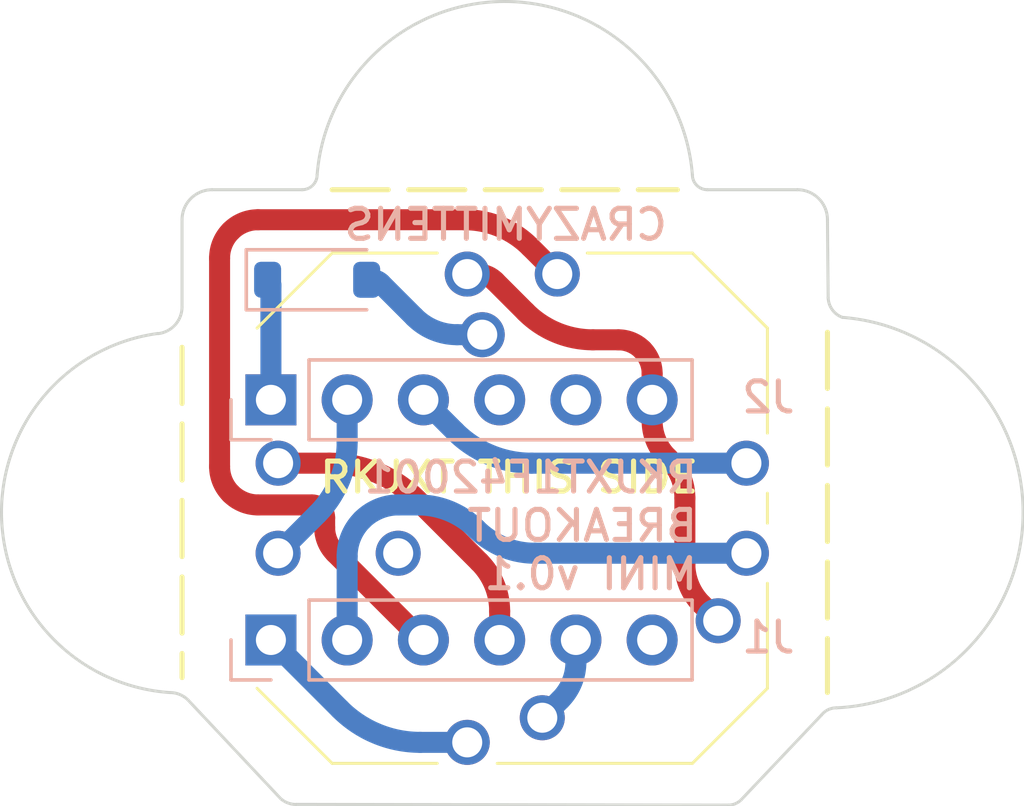
<source format=kicad_pcb>
(kicad_pcb (version 20221018) (generator pcbnew)
  (layers (0 "F.Cu" signal) (31 "B.Cu" signal) (34 "B.Paste" user) (35 "F.Paste" user) (36 "B.SilkS" user "B.Silkscreen") (37 "F.SilkS" user "F.Silkscreen") (38 "B.Mask" user) (39 "F.Mask" user) (44 "Edge.Cuts" user))
  (net 0 "")
  (net 4 "row1")
  (net 5 "COM")
  (net 6 "col5")
  (net 7 "col4")
  (net 8 "col3")
  (net 9 "col2")
  (net 10 "col1")
  (net 11 "encA")
  (net 12 "encB")
  (net 13 "Gnd")
  (footprint "MountingHole:MountingHole_3.2mm_M3" (layer "F.Cu") (at 129.75 82.75)
    (fp_text reference "H1" hide)
    (fp_text value "MountingHole_3.2mm_M3" hide)
    (pad "" np_thru_hole circle (at 0 0) (size 3.2 3.2) (drill 3.2) (layers "*.Cu" "*.Mask"))
  )
  (footprint "CT-KiCad-Library:RKJXT1F42001" (layer "F.Cu") (at 143 82.61)
    (fp_text reference "S1" hide)
    (fp_text value "RKJXT1F42001" hide)
    (fp_line (start -8.5 -6) (end -6 -8.5) (stroke (width 0.1)) (layer "F.SilkS"))
    (fp_line (start -8.5 6) (end -6 8.5) (stroke (width 0.1)) (layer "F.SilkS"))
    (fp_line (start -6 -8.5) (end -2.5 -8.5) (stroke (width 0.1)) (layer "F.SilkS"))
    (fp_line (start -6 8.5) (end -2.5 8.5) (stroke (width 0.1)) (layer "F.SilkS"))
    (fp_line (start -0.5 8.5) (end 6 8.5) (stroke (width 0.1)) (layer "F.SilkS"))
    (fp_line (start 2.5 -8.5) (end 6 -8.5) (stroke (width 0.1)) (layer "F.SilkS"))
    (fp_line (start 6 -8.5) (end 8.5 -6) (stroke (width 0.1)) (layer "F.SilkS"))
    (fp_line (start 6 8.5) (end 8.5 6) (stroke (width 0.1)) (layer "F.SilkS"))
    (fp_line (start 8.5 -6) (end 8.5 -2.5) (stroke (width 0.1)) (layer "F.SilkS"))
    (fp_line (start 8.5 -0.5) (end 8.5 0.5) (stroke (width 0.1)) (layer "F.SilkS"))
    (fp_line (start 8.5 6) (end 8.5 2.5) (stroke (width 0.1)) (layer "F.SilkS"))
    (pad "1" thru_hole circle (at -1.5 7.8) (size 1.5 1.5) (drill 1) (layers "*.Cu" "*.Mask") (net 10 "col1"))
    (pad "2" thru_hole circle (at 1 6.98) (size 1.5 1.5) (drill 1) (layers "*.Cu" "*.Mask") (net 6 "col5"))
    (pad "3" thru_hole circle (at 6.86 3.75) (size 1.5 1.5) (drill 1) (layers "*.Cu" "*.Mask") (net 13 "Gnd"))
    (pad "4" thru_hole circle (at 7.8 1.5) (size 1.5 1.5) (drill 1) (layers "*.Cu" "*.Mask") (net 9 "col2"))
    (pad "5" thru_hole circle (at 7.8 -1.5) (size 1.5 1.5) (drill 1) (layers "*.Cu" "*.Mask") (net 12 "encB"))
    (pad "6" thru_hole circle (at 1.5 -7.8) (size 1.5 1.5) (drill 1) (layers "*.Cu" "*.Mask") (net 8 "col3"))
    (pad "7" thru_hole circle (at -1 -5.78) (size 1.5 1.5) (drill 1) (layers "*.Cu" "*.Mask") (net 5 "COM"))
    (pad "8" thru_hole circle (at -1.5 -7.8) (size 1.5 1.5) (drill 1) (layers "*.Cu" "*.Mask") (net 13 "Gnd"))
    (pad "9" thru_hole circle (at -7.8 -1.5) (size 1.5 1.5) (drill 1) (layers "*.Cu" "*.Mask") (net 7 "col4"))
    (pad "10" thru_hole circle (at -7.8 1.5) (size 1.5 1.5) (drill 1) (layers "*.Cu" "*.Mask") (net 11 "encA"))
    (pad "11" thru_hole circle (at -3.8 1.5) (size 1.5 1.5) (drill 1) (layers "*.Cu" "*.Mask"))
  )
  (footprint "MountingHole:MountingHole_3.2mm_M3" (layer "F.Cu") (at 142.75 69.5)
    (fp_text reference "H2" hide)
    (fp_text value "MountingHole_3.2mm_M3" hide)
    (pad "" np_thru_hole circle (at 0 0) (size 3.2 3.2) (drill 3.2) (layers "*.Cu" "*.Mask"))
  )
  (footprint "MountingHole:MountingHole_3.2mm_M3" (layer "F.Cu") (at 156.25 82.75)
    (fp_text reference "H3" hide)
    (fp_text value "MountingHole_3.2mm_M3" hide)
    (pad "" np_thru_hole circle (at 0 0) (size 3.2 3.2) (drill 3.2) (layers "*.Cu" "*.Mask"))
  )
  (footprint "Connector_PinSocket_2.54mm:PinSocket_1x06_P2.54mm_Vertical" (layer "B.Cu") (at 134.96 87 -90)
    (fp_text reference "JST1" hide)
    (fp_text value "Conn_01x06_Socket" hide)
    (fp_line (start -1.33 -14.03) (end 1.33 -14.03) (stroke (width 0.12)) (layer "B.SilkS"))
    (fp_line (start -1.33 -1.27) (end -1.33 -14.03) (stroke (width 0.12)) (layer "B.SilkS"))
    (fp_line (start -1.33 -1.27) (end 1.33 -1.27) (stroke (width 0.12)) (layer "B.SilkS"))
    (fp_line (start 0 1.33) (end 1.33 1.33) (stroke (width 0.12)) (layer "B.SilkS"))
    (fp_line (start 1.33 -1.27) (end 1.33 -14.03) (stroke (width 0.12)) (layer "B.SilkS"))
    (fp_line (start 1.33 1.33) (end 1.33 0) (stroke (width 0.12)) (layer "B.SilkS"))
    (pad "1" thru_hole rect (at 0 0 270) (size 1.7 1.7) (drill 1) (layers "*.Cu" "*.Mask") (net 10 "col1"))
    (pad "2" thru_hole oval (at 0 -2.54 270) (size 1.7 1.7) (drill 1) (layers "*.Cu" "*.Mask") (net 9 "col2"))
    (pad "3" thru_hole oval (at 0 -5.08 270) (size 1.7 1.7) (drill 1) (layers "*.Cu" "*.Mask") (net 8 "col3"))
    (pad "4" thru_hole oval (at 0 -7.62 270) (size 1.7 1.7) (drill 1) (layers "*.Cu" "*.Mask") (net 7 "col4"))
    (pad "5" thru_hole oval (at 0 -10.16 270) (size 1.7 1.7) (drill 1) (layers "*.Cu" "*.Mask") (net 6 "col5"))
    (pad "6" thru_hole oval (at 0 -12.7 270) (size 1.7 1.7) (drill 1) (layers "*.Cu" "*.Mask"))
  )
  (footprint "Diode_SMD:D_SOD-123" (layer "B.Cu") (at 136.5 75)
    (fp_text reference "D1" hide)
    (fp_text value "1N4148W" hide)
    (fp_line (start -2.36 -1) (end 1.65 -1) (stroke (width 0.12)) (layer "B.SilkS"))
    (fp_line (start -2.36 1) (end -2.36 -1) (stroke (width 0.12)) (layer "B.SilkS"))
    (fp_line (start -2.36 1) (end 1.65 1) (stroke (width 0.12)) (layer "B.SilkS"))
    (pad "1" smd roundrect (at -1.65 0) (size 0.9 1.2) (layers "B.Cu" "B.Paste" "B.Mask") (net 4 "row1"))
    (pad "2" smd roundrect (at 1.65 0) (size 0.9 1.2) (layers "B.Cu" "B.Paste" "B.Mask") (net 5 "COM"))
  )
  (footprint "Connector_PinSocket_2.54mm:PinSocket_1x06_P2.54mm_Vertical" (layer "B.Cu") (at 134.96 79 -90)
    (fp_text reference "JST2" hide)
    (fp_text value "Conn_01x06_Socket" hide)
    (fp_line (start -1.33 -14.03) (end 1.33 -14.03) (stroke (width 0.12)) (layer "B.SilkS"))
    (fp_line (start -1.33 -1.27) (end -1.33 -14.03) (stroke (width 0.12)) (layer "B.SilkS"))
    (fp_line (start -1.33 -1.27) (end 1.33 -1.27) (stroke (width 0.12)) (layer "B.SilkS"))
    (fp_line (start 0 1.33) (end 1.33 1.33) (stroke (width 0.12)) (layer "B.SilkS"))
    (fp_line (start 1.33 -1.27) (end 1.33 -14.03) (stroke (width 0.12)) (layer "B.SilkS"))
    (fp_line (start 1.33 1.33) (end 1.33 0) (stroke (width 0.12)) (layer "B.SilkS"))
    (pad "1" thru_hole rect (at 0 0 270) (size 1.7 1.7) (drill 1) (layers "*.Cu" "*.Mask") (net 4 "row1"))
    (pad "2" thru_hole oval (at 0 -2.54 270) (size 1.7 1.7) (drill 1) (layers "*.Cu" "*.Mask") (net 11 "encA"))
    (pad "3" thru_hole oval (at 0 -5.08 270) (size 1.7 1.7) (drill 1) (layers "*.Cu" "*.Mask") (net 12 "encB"))
    (pad "4" thru_hole oval (at 0 -7.62 270) (size 1.7 1.7) (drill 1) (layers "*.Cu" "*.Mask"))
    (pad "5" thru_hole oval (at 0 -10.16 270) (size 1.7 1.7) (drill 1) (layers "*.Cu" "*.Mask"))
    (pad "6" thru_hole oval (at 0 -12.7 270) (size 1.7 1.7) (drill 1) (layers "*.Cu" "*.Mask") (net 13 "Gnd"))
  )
  (gr_line (start 137 72) (end 148.5 72) (stroke (width 0.17) (type dash)) (layer "F.SilkS"))
  (gr_line (start 132 77.25) (end 132 88.25) (stroke (width 0.17) (type dash)) (layer "F.SilkS"))
  (gr_line (start 153.5 76.75) (end 153.5 88.75) (stroke (width 0.17) (type dash)) (layer "F.SilkS"))
  (gr_line (start 132 75.9) (end 132 73) (stroke (width 0.1)) (layer "Edge.Cuts"))
  (gr_arc (start 153.996008 76.252306) (mid 160.015858 82.848187) (end 153.8 89.259689) (stroke (width 0.1)) (layer "Edge.Cuts"))
  (gr_arc (start 152.5 72) (mid 153.207107 72.292893) (end 153.5 73) (stroke (width 0.1)) (layer "Edge.Cuts"))
  (gr_arc (start 136.5 71.5) (mid 142.75 65.730032) (end 149 71.5) (stroke (width 0.1)) (layer "Edge.Cuts"))
  (gr_line (start 150.624264 92.324264) (end 153.300002 89.5) (stroke (width 0.1)) (layer "Edge.Cuts"))
  (gr_line (start 132.2 89) (end 135.3 92.299999) (stroke (width 0.1)) (layer "Edge.Cuts"))
  (gr_arc (start 150.624264 92.324264) (mid 150.42961 92.454328) (end 150.2 92.5) (stroke (width 0.1)) (layer "Edge.Cuts"))
  (gr_line (start 136 72) (end 133 72) (stroke (width 0.1)) (layer "Edge.Cuts"))
  (gr_arc (start 153.995818 76.252818) (mid 153.661019 75.997809) (end 153.523659 75.6) (stroke (width 0.1)) (layer "Edge.Cuts"))
  (gr_arc (start 131.6 88.751472) (mid 131.924718 88.816062) (end 132.2 89) (stroke (width 0.1)) (layer "Edge.Cuts"))
  (gr_arc (start 149.5 72) (mid 149.146447 71.853553) (end 149 71.5) (stroke (width 0.1)) (layer "Edge.Cuts"))
  (gr_line (start 135.8 92.474993) (end 150.2 92.5) (stroke (width 0.1)) (layer "Edge.Cuts"))
  (gr_line (start 152.5 72) (end 149.5 72) (stroke (width 0.1)) (layer "Edge.Cuts"))
  (gr_arc (start 153.300002 89.5) (mid 153.522625 89.322885) (end 153.8 89.259689) (stroke (width 0.1)) (layer "Edge.Cuts"))
  (gr_arc (start 136.5 71.5) (mid 136.353553 71.853553) (end 136 72) (stroke (width 0.1)) (layer "Edge.Cuts"))
  (gr_arc (start 135.8 92.478558) (mid 135.536355 92.43256) (end 135.303862 92.3) (stroke (width 0.1)) (layer "Edge.Cuts"))
  (gr_line (start 153.523659 75.6) (end 153.5 73) (stroke (width 0.1)) (layer "Edge.Cuts"))
  (gr_arc (start 132 73) (mid 132.292893 72.292893) (end 133 72) (stroke (width 0.1)) (layer "Edge.Cuts"))
  (gr_arc (start 132 75.9) (mid 131.770615 76.500229) (end 131.199388 76.794495) (stroke (width 0.1)) (layer "Edge.Cuts"))
  (gr_arc (start 131.6 88.751472) (mid 125.988595 82.951696) (end 131.198627 76.788837) (stroke (width 0.1)) (layer "Edge.Cuts"))
  (gr_text "CRAZYMITTENS" (at 148.25 73.75) (layer "B.SilkS") (effects (font (size 1 1) (thickness 0.17) bold) (justify left bottom mirror)))
  (gr_text "J1" (at 152.5 87.5) (layer "B.SilkS") (effects (font (size 1 1) (thickness 0.17) bold) (justify left bottom mirror)))
  (gr_text "J2" (at 152.5 79.5) (layer "B.SilkS") (effects (font (size 1 1) (thickness 0.17) bold) (justify left bottom mirror)))
  (gr_text_box "RKJXT1F42001\nBREAKOUT\nMINI v0.1" (start 141.25 80.25) (end 150 84.75) (layer "B.SilkS") (effects (font (size 1 1) (thickness 0.17) bold) (justify left top mirror)))
  (gr_text_box "RKJXT THIS SIDE" (start 135.75 80.25) (end 150.25 83) (layer "F.SilkS") (effects (font (size 1 1) (thickness 0.17) bold) (justify left top)))
  (segment (start 134.96 75.187781) (end 134.96 79) (width 0.7) (layer "B.Cu") (net 4))
  (segment (start 134.905 75.055) (end 134.85 75) (width 0.7) (layer "B.Cu") (net 4))
  (arc (start 134.905 75.055) (mid 134.945705 75.11592) (end 134.96 75.187781) (width 0.7) (layer "B.Cu") (net 4))
  (segment (start 138.623743 75.123743) (end 139.739565 76.239565) (width 0.7) (layer "B.Cu") (net 5))
  (segment (start 138.325 75) (end 138.15 75) (width 0.7) (layer "B.Cu") (net 5))
  (segment (start 141.165 76.83) (end 142 76.83) (width 0.7) (layer "B.Cu") (net 5))
  (arc (start 139.739565 76.239565) (mid 140.39356 76.67655) (end 141.165 76.83) (width 0.7) (layer "B.Cu") (net 5))
  (arc (start 138.623743 75.123743) (mid 138.486678 75.032159) (end 138.325 75) (width 0.7) (layer "B.Cu") (net 5))
  (segment (start 145.12 87.735) (end 145.12 87) (width 0.7) (layer "B.Cu") (net 6))
  (segment (start 144.600276 88.989723) (end 144 89.59) (width 0.7) (layer "B.Cu") (net 6))
  (arc (start 145.12 87.735) (mid 144.984928 88.414051) (end 144.600276 88.989723) (width 0.7) (layer "B.Cu") (net 6))
  (segment (start 142.58 86.04) (end 142.58 87) (width 0.7) (layer "F.Cu") (net 7))
  (segment (start 141.901177 84.401177) (end 139.815617 82.315617) (width 0.7) (layer "F.Cu") (net 7))
  (segment (start 136.905 81.11) (end 135.2 81.11) (width 0.7) (layer "F.Cu") (net 7))
  (arc (start 141.901177 84.401177) (mid 142.403579 85.153075) (end 142.58 86.04) (width 0.7) (layer "F.Cu") (net 7))
  (arc (start 139.815617 82.315617) (mid 138.480214 81.423329) (end 136.905 81.11) (width 0.7) (layer "F.Cu") (net 7))
  (segment (start 143.595 73.905) (end 144.5 74.81) (width 0.7) (layer "F.Cu") (net 8))
  (segment (start 137.103553 84.103553) (end 139.985857 86.985857) (width 0.7) (layer "F.Cu") (net 8))
  (segment (start 133.25 81.219669) (end 133.25 74.28033) (width 0.7) (layer "F.Cu") (net 8))
  (segment (start 141.410136 73) (end 134.53033 73) (width 0.7) (layer "F.Cu") (net 8))
  (segment (start 136.75 83.25) (end 136.75 82.926776) (width 0.7) (layer "F.Cu") (net 8))
  (segment (start 136.323223 82.5) (end 134.53033 82.5) (width 0.7) (layer "F.Cu") (net 8))
  (segment (start 140.02 87) (end 140.04 87) (width 0.7) (layer "F.Cu") (net 8))
  (arc (start 133.625 82.125) (mid 134.040368 82.40254) (end 134.53033 82.5) (width 0.7) (layer "F.Cu") (net 8))
  (arc (start 134.53033 73) (mid 134.040368 73.097459) (end 133.625 73.375) (width 0.7) (layer "F.Cu") (net 8))
  (arc (start 136.75 83.25) (mid 136.841885 83.711939) (end 137.103553 84.103553) (width 0.7) (layer "F.Cu") (net 8))
  (arc (start 136.625 82.625) (mid 136.486543 82.532486) (end 136.323223 82.5) (width 0.7) (layer "F.Cu") (net 8))
  (arc (start 139.985857 86.985857) (mid 140.001522 86.996324) (end 140.02 87) (width 0.7) (layer "F.Cu") (net 8))
  (arc (start 133.25 81.219669) (mid 133.347459 81.70963) (end 133.625 82.125) (width 0.7) (layer "F.Cu") (net 8))
  (arc (start 143.595 73.905) (mid 142.592576 73.235201) (end 141.410136 73) (width 0.7) (layer "F.Cu") (net 8))
  (arc (start 133.625 73.375) (mid 133.347459 73.790368) (end 133.25 74.28033) (width 0.7) (layer "F.Cu") (net 8))
  (arc (start 136.625 82.625) (mid 136.717513 82.763456) (end 136.75 82.926776) (width 0.7) (layer "F.Cu") (net 8))
  (segment (start 137.5 84.207106) (end 137.5 87) (width 0.7) (layer "B.Cu") (net 9))
  (segment (start 139.861558 82.5) (end 139.207106 82.5) (width 0.7) (layer "B.Cu") (net 9))
  (segment (start 143.748441 84.11) (end 150.8 84.11) (width 0.7) (layer "B.Cu") (net 9))
  (arc (start 141.805 83.305) (mid 140.913341 82.709212) (end 139.861558 82.5) (width 0.7) (layer "B.Cu") (net 9))
  (arc (start 138 83) (mid 137.629945 83.553825) (end 137.5 84.207106) (width 0.7) (layer "B.Cu") (net 9))
  (arc (start 139.207106 82.5) (mid 138.553825 82.629945) (end 138 83) (width 0.7) (layer "B.Cu") (net 9))
  (arc (start 141.805 83.305) (mid 142.696658 83.900787) (end 143.748441 84.11) (width 0.7) (layer "B.Cu") (net 9))
  (segment (start 139.935 90.41) (end 141.5 90.41) (width 0.7) (layer "B.Cu") (net 10))
  (segment (start 137.263377 89.303377) (end 134.96 87) (width 0.7) (layer "B.Cu") (net 10))
  (arc (start 137.263377 89.303377) (mid 138.489128 90.122398) (end 139.935 90.41) (width 0.7) (layer "B.Cu") (net 10))
  (segment (start 136.506514 82.803485) (end 135.2 84.11) (width 0.7) (layer "B.Cu") (net 11))
  (segment (start 137.5 80.405) (end 137.5 79) (width 0.7) (layer "B.Cu") (net 11))
  (arc (start 137.5 80.405) (mid 137.241801 81.70305) (end 136.506514 82.803485) (width 0.7) (layer "B.Cu") (net 11))
  (segment (start 141.095 80.055) (end 140.04 79) (width 0.7) (layer "B.Cu") (net 12))
  (segment (start 143.641995 81.11) (end 150.8 81.11) (width 0.7) (layer "B.Cu") (net 12))
  (arc (start 141.095 80.055) (mid 142.263571 80.835814) (end 143.641995 81.11) (width 0.7) (layer "B.Cu") (net 12))
  (segment (start 145.6875 77) (end 146.533309 77) (width 0.7) (layer "F.Cu") (net 13))
  (segment (start 141.8425 74.81) (end 141.5 74.81) (width 0.7) (layer "F.Cu") (net 13))
  (segment (start 147.66 79.705) (end 147.66 79) (width 0.7) (layer "F.Cu") (net 13))
  (segment (start 147.66 78.12669) (end 147.66 79) (width 0.7) (layer "F.Cu") (net 13))
  (segment (start 149.305 85.805) (end 149.86 86.36) (width 0.7) (layer "F.Cu") (net 13))
  (segment (start 148.75 82.270746) (end 148.75 84.465111) (width 0.7) (layer "F.Cu") (net 13))
  (segment (start 148.205 80.955) (end 148.15851 80.90851) (width 0.7) (layer "F.Cu") (net 13))
  (segment (start 143.446922 76.071922) (end 142.427184 75.052184) (width 0.7) (layer "F.Cu") (net 13))
  (arc (start 147.33 77.33) (mid 146.964475 77.085764) (end 146.533309 77) (width 0.7) (layer "F.Cu") (net 13))
  (arc (start 148.205 80.955) (mid 148.608359 81.558669) (end 148.75 82.270746) (width 0.7) (layer "F.Cu") (net 13))
  (arc (start 148.75 84.465111) (mid 148.894239 85.190253) (end 149.305 85.805) (width 0.7) (layer "F.Cu") (net 13))
  (arc (start 143.446922 76.071922) (mid 144.474908 76.7588) (end 145.6875 77) (width 0.7) (layer "F.Cu") (net 13))
  (arc (start 147.66 79.705) (mid 147.789558 80.356334) (end 148.15851 80.90851) (width 0.7) (layer "F.Cu") (net 13))
  (arc (start 147.33 77.33) (mid 147.574235 77.695524) (end 147.66 78.12669) (width 0.7) (layer "F.Cu") (net 13))
  (arc (start 142.427184 75.052184) (mid 142.158928 74.872941) (end 141.8425 74.81) (width 0.7) (layer "F.Cu") (net 13))
)
</source>
